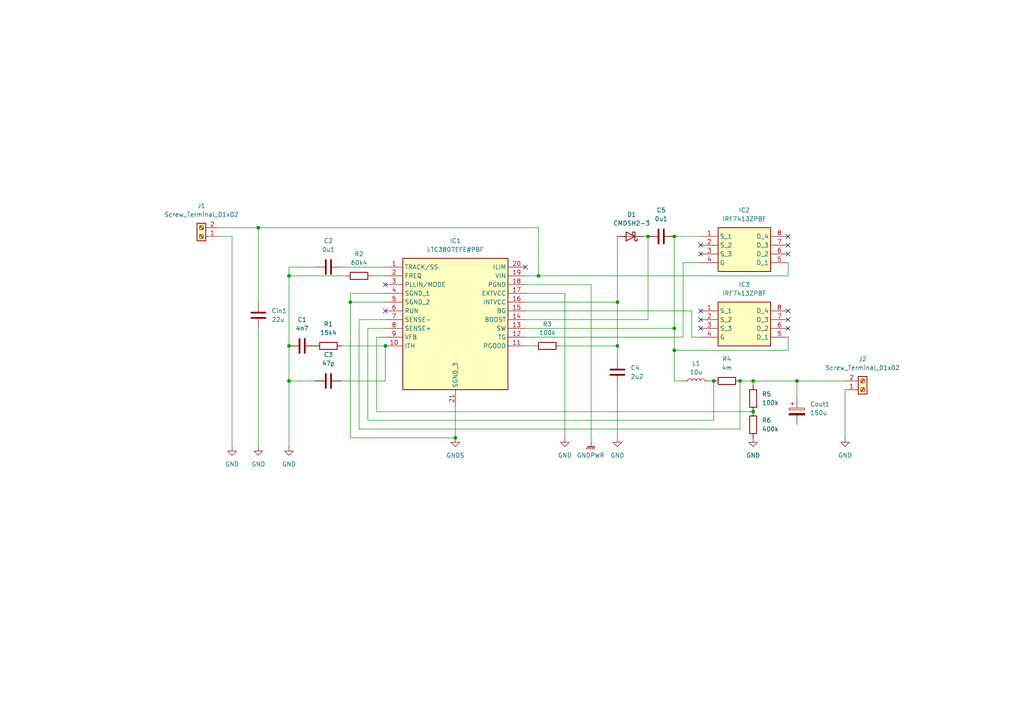
<source format=kicad_sch>
(kicad_sch (version 20231120) (generator "eeschema") (generator_version "8.0")
  (paper "A4")
  (title_block (title "Step-Down Converter") (date "2025-02-12") (rev "1.1"))
  (lib_symbols
    (symbol "Connector:Screw_Terminal_01x02" (pin_names (offset 1.016) hide)
      (property "Reference" "J" (at 0 2.54 0))
      (property "Value" "Screw_Terminal_01x02" (at 0 -5.08 0))
      (symbol "Screw_Terminal_01x02_1_1"
        (rectangle (start -1.27 1.27) (end 1.27 -3.81) (stroke (width 0.254)) (fill (type background)))
        (circle (center 0 -2.54) (radius 0.635) (stroke (width 0.1524)))
        (polyline (pts (xy -0.5334 -2.2098) (xy 0.3302 -3.048)) (stroke (width 0.1524)))
        (polyline (pts (xy -0.5334 0.3302) (xy 0.3302 -0.508)) (stroke (width 0.1524)))
        (polyline (pts (xy -0.3556 -2.032) (xy 0.508 -2.8702)) (stroke (width 0.1524)))
        (polyline (pts (xy -0.3556 0.508) (xy 0.508 -0.3302)) (stroke (width 0.1524)))
        (circle (center 0 0) (radius 0.635) (stroke (width 0.1524)))
        (pin passive line (at -5.08 0 0) (length 3.81) (name "Pin_1") (number "1"))
        (pin passive line (at -5.08 -2.54 0) (length 3.81) (name "Pin_2") (number "2"))
      )
    )
    (symbol "Device:C" (pin_numbers hide) (pin_names (offset 0.254))
      (property "Reference" "C" (at 0.635 2.54 0))
      (property "Value" "C" (at 0.635 -2.54 0))
      (symbol "C_0_1"
        (polyline (pts (xy -2.032 -0.762) (xy 2.032 -0.762)) (stroke (width 0.508)))
        (polyline (pts (xy -2.032 0.762) (xy 2.032 0.762)) (stroke (width 0.508)))
      )
      (symbol "C_1_1"
        (pin passive line (at 0 3.81 270) (length 2.794) (name "~") (number "1"))
        (pin passive line (at 0 -3.81 90) (length 2.794) (name "~") (number "2"))
      )
    )
    (symbol "Device:C_Polarized" (pin_numbers hide) (pin_names (offset 0.254))
      (property "Reference" "C" (at 0.635 2.54 0))
      (property "Value" "C_Polarized" (at 0.635 -2.54 0))
      (symbol "C_Polarized_0_1"
        (rectangle (start -2.286 0.508) (end 2.286 1.016))
        (polyline (pts (xy -1.778 2.286) (xy -0.762 2.286)))
        (polyline (pts (xy -1.27 2.794) (xy -1.27 1.778)))
        (rectangle (start 2.286 -0.508) (end -2.286 -1.016) (fill (type outline)))
      )
      (symbol "C_Polarized_1_1"
        (pin passive line (at 0 3.81 270) (length 2.794) (name "~") (number "1"))
        (pin passive line (at 0 -3.81 90) (length 2.794) (name "~") (number "2"))
      )
    )
    (symbol "Device:D_Schottky" (pin_numbers hide) (pin_names (offset 1.016) hide)
      (property "Reference" "D" (at 0 2.54 0))
      (property "Value" "D_Schottky" (at 0 -2.54 0))
      (symbol "D_Schottky_0_1"
        (polyline (pts (xy 1.27 0) (xy -1.27 0)))
        (polyline (pts (xy 1.27 1.27) (xy 1.27 -1.27) (xy -1.27 0) (xy 1.27 1.27)) (stroke (width 0.254)))
        (polyline (pts (xy -1.905 0.635) (xy -1.905 1.27) (xy -1.27 1.27) (xy -1.27 -1.27) (xy -0.635 -1.27) (xy -0.635 -0.635)) (stroke (width 0.254)))
      )
      (symbol "D_Schottky_1_1"
        (pin passive line (at -3.81 0 0) (length 2.54) (name "K") (number "1"))
        (pin passive line (at 3.81 0 180) (length 2.54) (name "A") (number "2"))
      )
    )
    (symbol "Device:L" (pin_numbers hide) (pin_names (offset 1.016) hide)
      (property "Reference" "L" (at -1.27 0 90))
      (property "Value" "L" (at 1.905 0 90))
      (symbol "L_0_1"
        (arc (start 0 -2.54) (mid 0.6323 -1.905) (end 0 -1.27))
        (arc (start 0 -1.27) (mid 0.6323 -0.635) (end 0 0))
        (arc (start 0 0) (mid 0.6323 0.635) (end 0 1.27))
        (arc (start 0 1.27) (mid 0.6323 1.905) (end 0 2.54))
      )
      (symbol "L_1_1"
        (pin passive line (at 0 3.81 270) (length 1.27) (name "1") (number "1"))
        (pin passive line (at 0 -3.81 90) (length 1.27) (name "2") (number "2"))
      )
    )
    (symbol "Device:R" (pin_numbers hide) (pin_names (offset 0))
      (property "Reference" "R" (at 2.032 0 90))
      (property "Value" "R" (at 0 0 90))
      (symbol "R_0_1"
        (rectangle (start -1.016 -2.54) (end 1.016 2.54) (stroke (width 0.254)))
      )
      (symbol "R_1_1"
        (pin passive line (at 0 3.81 270) (length 1.27) (name "~") (number "1"))
        (pin passive line (at 0 -3.81 90) (length 1.27) (name "~") (number "2"))
      )
    )
    (symbol "IRF7413ZPBF:IRF7413ZPBF"
      (property "Reference" "IC" (at 21.59 7.62 0))
      (property "Value" "IRF7413ZPBF" (at 21.59 5.08 0))
      (symbol "IRF7413ZPBF_1_1"
        (rectangle (start 5.08 2.54) (end 20.32 -10.16) (stroke (width 0.254)) (fill (type background)))
        (pin passive line (at 0 0 0) (length 5.08) (name "S_1") (number "1"))
        (pin passive line (at 0 -2.54 0) (length 5.08) (name "S_2") (number "2"))
        (pin passive line (at 0 -5.08 0) (length 5.08) (name "S_3") (number "3"))
        (pin passive line (at 0 -7.62 0) (length 5.08) (name "G") (number "4"))
        (pin passive line (at 25.4 -7.62 180) (length 5.08) (name "D_1") (number "5"))
        (pin passive line (at 25.4 -5.08 180) (length 5.08) (name "D_2") (number "6"))
        (pin passive line (at 25.4 -2.54 180) (length 5.08) (name "D_3") (number "7"))
        (pin passive line (at 25.4 0 180) (length 5.08) (name "D_4") (number "8"))
      )
    )
    (symbol "LTC3807EFE#PBF:LTC3807EFE#PBF"
      (property "Reference" "IC" (at 36.83 7.62 0))
      (property "Value" "LTC3807EFE#PBF" (at 36.83 5.08 0))
      (symbol "LTC3807EFE#PBF_1_1"
        (rectangle (start 5.08 2.54) (end 35.56 -35.56) (stroke (width 0.254)) (fill (type background)))
        (pin passive line (at 0 0 0) (length 5.08) (name "TRACK/SS") (number "1"))
        (pin passive line (at 0 -22.86 0) (length 5.08) (name "ITH") (number "10"))
        (pin passive line (at 40.64 -22.86 180) (length 5.08) (name "PGOOD") (number "11"))
        (pin passive line (at 40.64 -20.32 180) (length 5.08) (name "TG") (number "12"))
        (pin passive line (at 40.64 -17.78 180) (length 5.08) (name "SW") (number "13"))
        (pin passive line (at 40.64 -15.24 180) (length 5.08) (name "BOOST") (number "14"))
        (pin passive line (at 40.64 -12.7 180) (length 5.08) (name "BG") (number "15"))
        (pin passive line (at 40.64 -10.16 180) (length 5.08) (name "INTVCC") (number "16"))
        (pin passive line (at 40.64 -7.62 180) (length 5.08) (name "EXTVCC") (number "17"))
        (pin passive line (at 40.64 -5.08 180) (length 5.08) (name "PGND") (number "18"))
        (pin passive line (at 40.64 -2.54 180) (length 5.08) (name "VIN") (number "19"))
        (pin passive line (at 0 -2.54 0) (length 5.08) (name "FREQ") (number "2"))
        (pin passive line (at 40.64 0 180) (length 5.08) (name "ILIM") (number "20"))
        (pin passive line (at 20.32 -40.64 90) (length 5.08) (name "SGND_3") (number "21"))
        (pin passive line (at 0 -5.08 0) (length 5.08) (name "PLLIN/MODE") (number "3"))
        (pin passive line (at 0 -7.62 0) (length 5.08) (name "SGND_1") (number "4"))
        (pin passive line (at 0 -10.16 0) (length 5.08) (name "SGND_2") (number "5"))
        (pin passive line (at 0 -12.7 0) (length 5.08) (name "RUN") (number "6"))
        (pin passive line (at 0 -15.24 0) (length 5.08) (name "SENSE-") (number "7"))
        (pin passive line (at 0 -17.78 0) (length 5.08) (name "SENSE+") (number "8"))
        (pin passive line (at 0 -20.32 0) (length 5.08) (name "VFB") (number "9"))
      )
    )
    (symbol "power:GND" (power) (pin_numbers hide) (pin_names (offset 0) hide)
      (property "Value" "GND" (at 0 -3.81 0))
      (symbol "GND_0_1"
        (polyline (pts (xy 0 0) (xy 0 -1.27) (xy 1.27 -1.27) (xy 0 -2.54) (xy -1.27 -1.27) (xy 0 -1.27)))
      )
      (symbol "GND_1_1"
        (pin power_in line (at 0 0 270) (length 0) (name "~") (number "1"))
      )
    )
    (symbol "power:GNDPWR" (power) (pin_numbers hide) (pin_names (offset 0) hide)
      (property "Value" "GNDPWR" (at 0 -3.302 0))
      (symbol "GNDPWR_0_1"
        (polyline (pts (xy 0 -1.27) (xy 0 0)))
        (polyline (pts (xy -1.016 -1.27) (xy -1.27 -2.032) (xy -1.27 -2.032)) (stroke (width 0.2032)))
        (polyline (pts (xy -0.508 -1.27) (xy -0.762 -2.032) (xy -0.762 -2.032)) (stroke (width 0.2032)))
        (polyline (pts (xy 0 -1.27) (xy -0.254 -2.032) (xy -0.254 -2.032)) (stroke (width 0.2032)))
        (polyline (pts (xy 0.508 -1.27) (xy 0.254 -2.032) (xy 0.254 -2.032)) (stroke (width 0.2032)))
        (polyline (pts (xy 1.016 -1.27) (xy -1.016 -1.27) (xy -1.016 -1.27)) (stroke (width 0.2032)))
        (polyline (pts (xy 1.016 -1.27) (xy 0.762 -2.032) (xy 0.762 -2.032) (xy 0.762 -2.032)) (stroke (width 0.2032)))
      )
      (symbol "GNDPWR_1_1"
        (pin power_in line (at 0 0 270) (length 0) (name "~") (number "1"))
      )
    )
    (symbol "power:GNDS" (power) (pin_numbers hide) (pin_names (offset 0) hide)
      (property "Value" "GNDS" (at 0 -3.81 0))
      (symbol "GNDS_0_1"
        (polyline (pts (xy 0 0) (xy 0 -1.27) (xy 1.27 -1.27) (xy 0 -2.54) (xy -1.27 -1.27) (xy 0 -1.27)))
      )
      (symbol "GNDS_1_1"
        (pin power_in line (at 0 0 270) (length 0) (name "~") (number "1"))
      )
    )
  )
  (junction (at 101.6 87.63))
  (junction (at 111.76 100.33))
  (junction (at 195.58 68.58))
  (junction (at 132.08 127))
  (junction (at 83.82 100.33))
  (junction (at 179.07 100.33))
  (junction (at 207.01 110.49))
  (junction (at 83.82 110.49))
  (junction (at 195.58 95.25))
  (junction (at 179.07 87.63))
  (junction (at 187.96 68.58))
  (junction (at 214.63 110.49))
  (junction (at 83.82 80.01))
  (junction (at 156.21 80.01))
  (junction (at 195.58 101.6))
  (junction (at 231.14 110.49))
  (junction (at 218.44 119.38))
  (junction (at 218.44 110.49))
  (junction (at 74.93 66.04))
  (no_connect (at 228.6 95.25))
  (no_connect (at 203.2 71.12))
  (no_connect (at 228.6 71.12))
  (no_connect (at 111.76 90.17))
  (no_connect (at 111.76 82.55))
  (no_connect (at 228.6 90.17))
  (no_connect (at 228.6 92.71))
  (no_connect (at 228.6 68.58))
  (no_connect (at 203.2 73.66))
  (no_connect (at 203.2 95.25))
  (no_connect (at 152.4 77.47))
  (no_connect (at 228.6 73.66))
  (no_connect (at 203.2 92.71))
  (no_connect (at 203.2 90.17))
  (wire (pts (xy 111.76 97.79) (xy 109.22 97.79)))
  (wire (pts (xy 91.44 77.47) (xy 83.82 77.47)))
  (wire (pts (xy 109.22 119.38) (xy 218.44 119.38)))
  (wire (pts (xy 152.4 85.09) (xy 163.83 85.09)))
  (wire (pts (xy 83.82 80.01) (xy 83.82 100.33)))
  (wire (pts (xy 111.76 92.71) (xy 104.14 92.71)))
  (wire (pts (xy 195.58 110.49) (xy 198.12 110.49)))
  (wire (pts (xy 83.82 100.33) (xy 83.82 110.49)))
  (wire (pts (xy 83.82 80.01) (xy 100.33 80.01)))
  (wire (pts (xy 245.11 113.03) (xy 245.11 127)))
  (wire (pts (xy 207.01 121.92) (xy 207.01 110.49)))
  (wire (pts (xy 111.76 100.33) (xy 111.76 110.49)))
  (wire (pts (xy 152.4 80.01) (xy 156.21 80.01)))
  (wire (pts (xy 152.4 92.71) (xy 187.96 92.71)))
  (wire (pts (xy 179.07 100.33) (xy 179.07 104.14)))
  (wire (pts (xy 152.4 82.55) (xy 171.45 82.55)))
  (wire (pts (xy 195.58 101.6) (xy 228.6 101.6)))
  (wire (pts (xy 228.6 76.2) (xy 228.6 80.01)))
  (wire (pts (xy 218.44 110.49) (xy 231.14 110.49)))
  (wire (pts (xy 179.07 111.76) (xy 179.07 127)))
  (wire (pts (xy 101.6 87.63) (xy 101.6 127)))
  (wire (pts (xy 195.58 95.25) (xy 195.58 68.58)))
  (wire (pts (xy 156.21 80.01) (xy 156.21 66.04)))
  (wire (pts (xy 101.6 87.63) (xy 111.76 87.63)))
  (wire (pts (xy 198.12 76.2) (xy 203.2 76.2)))
  (wire (pts (xy 162.56 100.33) (xy 179.07 100.33)))
  (wire (pts (xy 74.93 66.04) (xy 74.93 87.63)))
  (wire (pts (xy 74.93 95.25) (xy 74.93 129.54)))
  (wire (pts (xy 152.4 87.63) (xy 179.07 87.63)))
  (wire (pts (xy 207.01 110.49) (xy 205.74 110.49)))
  (wire (pts (xy 83.82 110.49) (xy 91.44 110.49)))
  (wire (pts (xy 231.14 110.49) (xy 245.11 110.49)))
  (wire (pts (xy 152.4 97.79) (xy 198.12 97.79)))
  (wire (pts (xy 187.96 68.58) (xy 187.96 92.71)))
  (wire (pts (xy 152.4 95.25) (xy 195.58 95.25)))
  (wire (pts (xy 109.22 97.79) (xy 109.22 119.38)))
  (wire (pts (xy 99.06 100.33) (xy 111.76 100.33)))
  (wire (pts (xy 195.58 101.6) (xy 195.58 110.49)))
  (wire (pts (xy 152.4 90.17) (xy 200.66 90.17)))
  (wire (pts (xy 101.6 127) (xy 132.08 127)))
  (wire (pts (xy 101.6 85.09) (xy 101.6 87.63)))
  (wire (pts (xy 214.63 124.46) (xy 214.63 110.49)))
  (wire (pts (xy 67.31 68.58) (xy 63.5 68.58)))
  (wire (pts (xy 106.68 121.92) (xy 207.01 121.92)))
  (wire (pts (xy 74.93 66.04) (xy 156.21 66.04)))
  (wire (pts (xy 99.06 110.49) (xy 111.76 110.49)))
  (wire (pts (xy 195.58 101.6) (xy 195.58 95.25)))
  (wire (pts (xy 179.07 87.63) (xy 179.07 100.33)))
  (wire (pts (xy 200.66 97.79) (xy 203.2 97.79)))
  (wire (pts (xy 200.66 90.17) (xy 200.66 97.79)))
  (wire (pts (xy 218.44 111.76) (xy 218.44 110.49)))
  (wire (pts (xy 106.68 95.25) (xy 106.68 121.92)))
  (wire (pts (xy 107.95 80.01) (xy 111.76 80.01)))
  (wire (pts (xy 214.63 110.49) (xy 218.44 110.49)))
  (wire (pts (xy 67.31 68.58) (xy 67.31 129.54)))
  (wire (pts (xy 63.5 66.04) (xy 74.93 66.04)))
  (wire (pts (xy 156.21 80.01) (xy 228.6 80.01)))
  (wire (pts (xy 228.6 97.79) (xy 228.6 101.6)))
  (wire (pts (xy 195.58 68.58) (xy 203.2 68.58)))
  (wire (pts (xy 132.08 118.11) (xy 132.08 127)))
  (wire (pts (xy 104.14 92.71) (xy 104.14 124.46)))
  (wire (pts (xy 83.82 110.49) (xy 83.82 129.54)))
  (wire (pts (xy 179.07 68.58) (xy 179.07 87.63)))
  (wire (pts (xy 163.83 85.09) (xy 163.83 127)))
  (wire (pts (xy 104.14 124.46) (xy 214.63 124.46)))
  (wire (pts (xy 198.12 76.2) (xy 198.12 97.79)))
  (wire (pts (xy 99.06 77.47) (xy 111.76 77.47)))
  (wire (pts (xy 171.45 82.55) (xy 171.45 128.27)))
  (wire (pts (xy 111.76 85.09) (xy 101.6 85.09)))
  (wire (pts (xy 83.82 77.47) (xy 83.82 80.01)))
  (wire (pts (xy 231.14 110.49) (xy 231.14 115.57)))
  (wire (pts (xy 186.69 68.58) (xy 187.96 68.58)))
  (wire (pts (xy 111.76 95.25) (xy 106.68 95.25)))
  (wire (pts (xy 152.4 100.33) (xy 154.94 100.33)))
  (symbol (lib_id "power:GND") (at 83.82 129.54 0) (unit 1)
    (property "Reference" "#PWR03" (effects (hide yes)))
    (property "Value" "GND" (at 83.82 134.62 0))
    (property "Description" "Power symbol creates a global label with name \"GND\" , ground" (effects (hide yes)))
  )
  (symbol (lib_id "power:GNDPWR") (at 171.45 128.27 0) (unit 1)
    (property "Reference" "#PWR06" (effects (hide yes)))
    (property "Value" "GNDPWR" (at 171.323 132.08 0))
    (property "Description" "Power symbol creates a global label with name \"GNDPWR\" , global ground" (effects (hide yes)))
  )
  (symbol (lib_id "Device:C") (at 87.63 100.33 90) (unit 1)
    (property "Reference" "C1" (at 87.63 92.71 90))
    (property "Value" "4n7" (at 87.63 95.25 90))
    (property "Footprint" "footprints:CAP_CS0603_YAG" (effects (hide yes)))
    (property "Description" "Unpolarized capacitor" (effects (hide yes)))
  )
  (symbol (lib_id "Device:L") (at 201.93 110.49 90) (unit 1)
    (property "Reference" "L1" (at 201.93 105.41 90))
    (property "Value" "10u" (at 201.93 107.95 90))
    (property "Footprint" "footprints:AISC-1008F-100G-T" (effects (hide yes)))
    (property "Description" "Inductor" (effects (hide yes)))
  )
  (symbol (lib_id "power:GND") (at 245.11 127 0) (unit 1)
    (property "Reference" "#PWR09" (effects (hide yes)))
    (property "Value" "GND" (at 245.11 132.08 0))
    (property "Description" "Power symbol creates a global label with name \"GND\" , ground" (effects (hide yes)))
  )
  (symbol (lib_id "power:GNDS") (at 132.08 127 0) (unit 1)
    (property "Reference" "#PWR04" (effects (hide yes)))
    (property "Value" "GNDS" (at 132.08 132.08 0))
    (property "Description" "Power symbol creates a global label with name \"GNDS\" , signal ground" (effects (hide yes)))
  )
  (symbol (lib_id "power:GND") (at 74.93 129.54 0) (unit 1)
    (property "Reference" "#PWR02" (effects (hide yes)))
    (property "Value" "GND" (at 74.93 134.62 0))
    (property "Description" "Power symbol creates a global label with name \"GND\" , ground" (effects (hide yes)))
  )
  (symbol (lib_id "power:GND") (at 163.83 127 0) (unit 1)
    (property "Reference" "#PWR05" (effects (hide yes)))
    (property "Value" "GND" (at 163.83 132.08 0))
    (property "Description" "Power symbol creates a global label with name \"GND\" , ground" (effects (hide yes)))
  )
  (symbol (lib_id "Device:R") (at 218.44 115.57 0) (unit 1)
    (property "Reference" "R5" (at 220.98 114.2999 0) (effects (justify left)))
    (property "Value" "100k" (at 220.98 116.8399 0) (effects (justify left)))
    (property "Footprint" "footprints:ERJ-XGNF1003Y" (effects (hide yes)))
    (property "Description" "Resistor" (effects (hide yes)))
  )
  (symbol (lib_id "Device:C") (at 74.93 91.44 0) (unit 1)
    (property "Reference" "Cin1" (at 78.74 90.1699 0) (effects (justify left)))
    (property "Value" "22u" (at 78.74 92.7099 0) (effects (justify left)))
    (property "Footprint" "footprints:CAP_CC1206_YAG" (effects (hide yes)))
    (property "Description" "Unpolarized capacitor" (effects (hide yes)))
  )
  (symbol (lib_id "Device:R") (at 158.75 100.33 270) (unit 1)
    (property "Reference" "R3" (at 158.75 93.98 90))
    (property "Value" "100k" (at 158.75 96.52 90))
    (property "Footprint" "footprints:ERJ-XGNF1003Y" (effects (hide yes)))
    (property "Description" "Resistor" (effects (hide yes)))
  )
  (symbol (lib_id "IRF7413ZPBF:IRF7413ZPBF") (at 203.2 90.17 0) (unit 1)
    (property "Reference" "IC3" (at 215.9 82.55 0))
    (property "Value" "IRF7413ZPBF" (at 215.9 85.09 0))
    (property "Footprint" "footprints:IRF7413ZPBF" (effects (hide yes)))
    (property "Datasheet" "https://componentsearchengine.com/Datasheets/1/IRF7413ZPBF.pdf" (effects (hide yes)))
    (property "Description" "MOSFET N-Ch 30V 13A HEXFET Low Ron SOIC8 Infineon IRF7413ZPBF N-channel MOSFET Transistor, 13 A, 30 V, 8-Pin SOIC" (effects (hide yes)))
    (property "Height" "1.75" (effects (hide yes)))
    (property "Mouser Part Number" "942-IRF7413ZPBF" (effects (hide yes)))
    (property "Mouser Price/Stock" "https://www.mouser.com/Search/Refine.aspx?Keyword=942-IRF7413ZPBF" (effects (hide yes)))
    (property "Manufacturer_Name" "Infineon" (effects (hide yes)))
    (property "Manufacturer_Part_Number" "IRF7413ZPBF" (effects (hide yes)))
  )
  (symbol (lib_id "Device:C") (at 191.77 68.58 90) (unit 1)
    (property "Reference" "C5" (at 191.77 60.96 90))
    (property "Value" "0u1" (at 191.77 63.5 90))
    (property "Footprint" "footprints:CAP_CS0402_YAG" (effects (hide yes)))
    (property "Description" "Unpolarized capacitor" (effects (hide yes)))
  )
  (symbol (lib_id "IRF7413ZPBF:IRF7413ZPBF") (at 203.2 68.58 0) (unit 1)
    (property "Reference" "IC2" (at 215.9 60.96 0))
    (property "Value" "IRF7413ZPBF" (at 215.9 63.5 0))
    (property "Footprint" "footprints:IRF7413ZPBF" (effects (hide yes)))
    (property "Datasheet" "https://componentsearchengine.com/Datasheets/1/IRF7413ZPBF.pdf" (effects (hide yes)))
    (property "Description" "MOSFET N-Ch 30V 13A HEXFET Low Ron SOIC8 Infineon IRF7413ZPBF N-channel MOSFET Transistor, 13 A, 30 V, 8-Pin SOIC" (effects (hide yes)))
    (property "Height" "1.75" (effects (hide yes)))
    (property "Mouser Part Number" "942-IRF7413ZPBF" (effects (hide yes)))
    (property "Mouser Price/Stock" "https://www.mouser.com/Search/Refine.aspx?Keyword=942-IRF7413ZPBF" (effects (hide yes)))
    (property "Manufacturer_Name" "Infineon" (effects (hide yes)))
    (property "Manufacturer_Part_Number" "IRF7413ZPBF" (effects (hide yes)))
  )
  (symbol (lib_id "Device:C") (at 179.07 107.95 0) (unit 1)
    (property "Reference" "C4" (at 182.88 106.6799 0) (effects (justify left)))
    (property "Value" "2u2" (at 182.88 109.2199 0) (effects (justify left)))
    (property "Footprint" "footprints:CC0402KRX5R7BB225" (effects (hide yes)))
    (property "Description" "Unpolarized capacitor" (effects (hide yes)))
  )
  (symbol (lib_id "power:GND") (at 179.07 127 0) (unit 1)
    (property "Reference" "#PWR07" (effects (hide yes)))
    (property "Value" "GND" (at 179.07 132.08 0))
    (property "Description" "Power symbol creates a global label with name \"GND\" , ground" (effects (hide yes)))
  )
  (symbol (lib_id "Device:C_Polarized") (at 231.14 119.38 0) (unit 1)
    (property "Reference" "Cout1" (at 234.95 117.2209 0) (effects (justify left)))
    (property "Value" "150u" (at 234.95 119.7609 0) (effects (justify left)))
    (property "Footprint" "footprints:TAZH157J010LBSZ0H00" (effects (hide yes)))
    (property "Description" "Polarized capacitor" (effects (hide yes)))
  )
  (symbol (lib_id "Device:D_Schottky") (at 182.88 68.58 180) (unit 1)
    (property "Reference" "D1" (at 183.1975 62.23 0))
    (property "Value" "CMDSH2-3" (at 183.1975 64.77 0))
    (property "Footprint" "footprints:CMDSH2-3_TR_PBFREE" (effects (hide yes)))
    (property "Description" "Schottky diode" (effects (hide yes)))
  )
  (symbol (lib_id "power:GND") (at 218.44 127 0) (unit 1)
    (property "Reference" "#PWR08" (effects (hide yes)))
    (property "Value" "GND" (at 218.44 132.08 0))
    (property "Description" "Power symbol creates a global label with name \"GND\" , ground" (effects (hide yes)))
  )
  (symbol (lib_id "Device:C") (at 95.25 77.47 90) (unit 1)
    (property "Reference" "C2" (at 95.25 69.85 90))
    (property "Value" "0u1" (at 95.25 72.39 90))
    (property "Footprint" "footprints:CAP_CS0402_YAG" (effects (hide yes)))
    (property "Description" "Unpolarized capacitor" (effects (hide yes)))
  )
  (symbol (lib_id "Device:R") (at 95.25 100.33 90) (unit 1)
    (property "Reference" "R1" (at 95.25 93.98 90))
    (property "Value" "15k4" (at 95.25 96.52 90))
    (property "Footprint" "footprints:ERJ-XGNF1542Y" (effects (hide yes)))
    (property "Description" "Resistor" (effects (hide yes)))
  )
  (symbol (lib_id "Connector:Screw_Terminal_01x02") (at 58.42 68.58 180) (unit 1)
    (property "Reference" "J1" (at 58.42 59.69 0))
    (property "Value" "Screw_Terminal_01x02" (at 58.42 62.23 0))
    (property "Footprint" "footprints:1725656" (effects (hide yes)))
    (property "Description" "Generic screw terminal, single row, 01x02, script generated (kicad-library-utils/schlib/autogen/connector/)" (effects (hide yes)))
  )
  (symbol (lib_id "LTC3807EFE#PBF:LTC3807EFE#PBF") (at 111.76 77.47 0) (unit 1)
    (property "Reference" "IC1" (at 132.08 69.85 0))
    (property "Value" "LTC3807EFE#PBF" (at 132.08 72.39 0))
    (property "Footprint" "footprints:LTC3807EFE#PBF" (effects (hide yes)))
    (property "Datasheet" "https://www.arrow.com/en/products/ltc3807efepbf/analog-devices" (effects (hide yes)))
    (property "Description" "Switching Voltage Regulators Low IQ, Synchronous Step-Down Controller with 24V Output Voltage Capability" (effects (hide yes)))
    (property "Height" "1.2" (effects (hide yes)))
    (property "Mouser Part Number" "584-LTC3807EFE#PBF" (effects (hide yes)))
    (property "Mouser Price/Stock" "https://www.mouser.co.uk/ProductDetail/Analog-Devices/LTC3807EFEPBF?qs=hVkxg5c3xu%252BO18IFpsiEMQ%3D%3D" (effects (hide yes)))
    (property "Manufacturer_Name" "Analog Devices" (effects (hide yes)))
    (property "Manufacturer_Part_Number" "LTC3807EFE#PBF" (effects (hide yes)))
  )
  (symbol (lib_id "power:GND") (at 67.31 129.54 0) (unit 1)
    (property "Reference" "#PWR01" (effects (hide yes)))
    (property "Value" "GND" (at 67.31 134.62 0))
    (property "Description" "Power symbol creates a global label with name \"GND\" , ground" (effects (hide yes)))
  )
  (symbol (lib_id "Device:R") (at 104.14 80.01 90) (unit 1)
    (property "Reference" "R2" (at 104.14 73.66 90))
    (property "Value" "60k4" (at 104.14 76.2 90))
    (property "Footprint" "footprints:ERJ-XGNF6042Y" (effects (hide yes)))
    (property "Description" "Resistor" (effects (hide yes)))
  )
  (symbol (lib_id "Device:C") (at 95.25 110.49 270) (unit 1)
    (property "Reference" "C3" (at 95.25 102.87 90))
    (property "Value" "47p" (at 95.25 105.41 90))
    (property "Footprint" "footprints:CAP_CS1206_YAG" (effects (hide yes)))
    (property "Description" "Unpolarized capacitor" (effects (hide yes)))
  )
  (symbol (lib_id "Device:R") (at 218.44 123.19 0) (unit 1)
    (property "Reference" "R6" (at 220.98 121.9199 0) (effects (justify left)))
    (property "Value" "400k" (at 220.98 124.4599 0) (effects (justify left)))
    (property "Footprint" "footprints:ERJ-XGNF4023Y" (effects (hide yes)))
    (property "Description" "Resistor" (effects (hide yes)))
  )
  (symbol (lib_id "Device:R") (at 210.82 110.49 90) (unit 1)
    (property "Reference" "R4" (at 210.82 104.14 90))
    (property "Value" "4m" (at 210.82 106.68 90))
    (property "Footprint" "footprints:KRL6432D-C-R004-F-T5" (effects (hide yes)))
    (property "Description" "Resistor" (effects (hide yes)))
  )
  (symbol (lib_id "Connector:Screw_Terminal_01x02") (at 250.19 113.03 0) (mirror x) (unit 1)
    (property "Reference" "J2" (at 250.19 104.14 0))
    (property "Value" "Screw_Terminal_01x02" (at 250.19 106.68 0))
    (property "Footprint" "footprints:1725656" (effects (hide yes)))
    (property "Description" "Generic screw terminal, single row, 01x02, script generated (kicad-library-utils/schlib/autogen/connector/)" (effects (hide yes)))
  )
)
</source>
